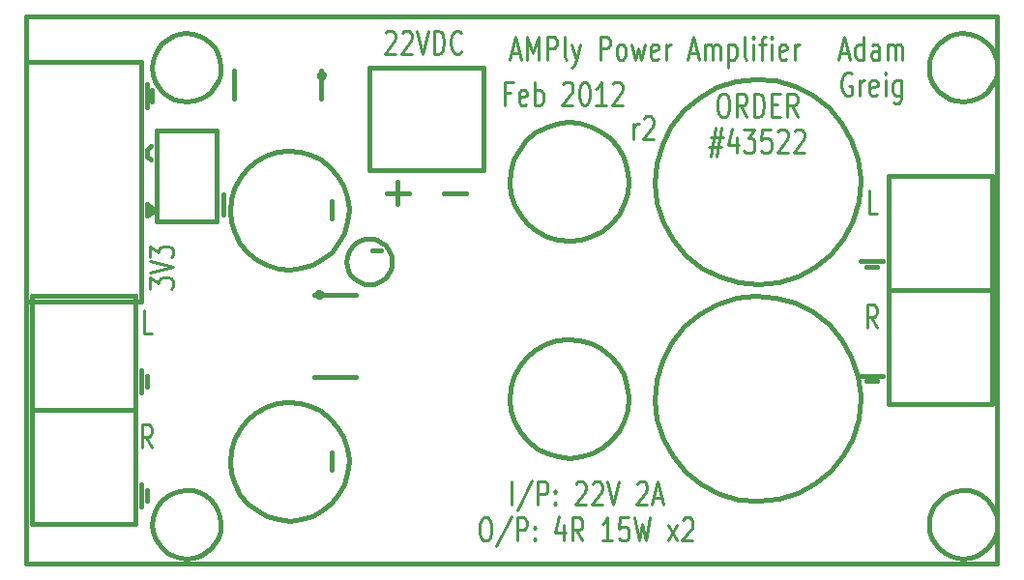
<source format=gto>
G04 (created by PCBNEW-RS274X (2010-03-14)-final) date Wed 01 Feb 2012 01:55:13 GMT*
G01*
G70*
G90*
%MOIN*%
G04 Gerber Fmt 3.4, Leading zero omitted, Abs format*
%FSLAX34Y34*%
G04 APERTURE LIST*
%ADD10C,0.006000*%
%ADD11C,0.010000*%
%ADD12C,0.015000*%
G04 APERTURE END LIST*
G54D10*
G54D11*
X58220Y-45981D02*
X58334Y-45981D01*
X58392Y-46019D01*
X58449Y-46095D01*
X58477Y-46247D01*
X58477Y-46514D01*
X58449Y-46667D01*
X58392Y-46743D01*
X58334Y-46781D01*
X58220Y-46781D01*
X58163Y-46743D01*
X58106Y-46667D01*
X58077Y-46514D01*
X58077Y-46247D01*
X58106Y-46095D01*
X58163Y-46019D01*
X58220Y-45981D01*
X59078Y-46781D02*
X58878Y-46400D01*
X58735Y-46781D02*
X58735Y-45981D01*
X58963Y-45981D01*
X59021Y-46019D01*
X59049Y-46057D01*
X59078Y-46133D01*
X59078Y-46247D01*
X59049Y-46324D01*
X59021Y-46362D01*
X58963Y-46400D01*
X58735Y-46400D01*
X59335Y-46781D02*
X59335Y-45981D01*
X59478Y-45981D01*
X59563Y-46019D01*
X59621Y-46095D01*
X59649Y-46171D01*
X59678Y-46324D01*
X59678Y-46438D01*
X59649Y-46590D01*
X59621Y-46667D01*
X59563Y-46743D01*
X59478Y-46781D01*
X59335Y-46781D01*
X59935Y-46362D02*
X60135Y-46362D01*
X60221Y-46781D02*
X59935Y-46781D01*
X59935Y-45981D01*
X60221Y-45981D01*
X60821Y-46781D02*
X60621Y-46400D01*
X60478Y-46781D02*
X60478Y-45981D01*
X60706Y-45981D01*
X60764Y-46019D01*
X60792Y-46057D01*
X60821Y-46133D01*
X60821Y-46247D01*
X60792Y-46324D01*
X60764Y-46362D01*
X60706Y-46400D01*
X60478Y-46400D01*
X57836Y-47487D02*
X58265Y-47487D01*
X58008Y-47145D02*
X57836Y-48173D01*
X58208Y-47830D02*
X57779Y-47830D01*
X58036Y-48173D02*
X58208Y-47145D01*
X58722Y-47487D02*
X58722Y-48021D01*
X58579Y-47183D02*
X58436Y-47754D01*
X58808Y-47754D01*
X58979Y-47221D02*
X59350Y-47221D01*
X59150Y-47526D01*
X59236Y-47526D01*
X59293Y-47564D01*
X59322Y-47602D01*
X59350Y-47678D01*
X59350Y-47868D01*
X59322Y-47945D01*
X59293Y-47983D01*
X59236Y-48021D01*
X59064Y-48021D01*
X59007Y-47983D01*
X58979Y-47945D01*
X59893Y-47221D02*
X59607Y-47221D01*
X59578Y-47602D01*
X59607Y-47564D01*
X59664Y-47526D01*
X59807Y-47526D01*
X59864Y-47564D01*
X59893Y-47602D01*
X59921Y-47678D01*
X59921Y-47868D01*
X59893Y-47945D01*
X59864Y-47983D01*
X59807Y-48021D01*
X59664Y-48021D01*
X59607Y-47983D01*
X59578Y-47945D01*
X60149Y-47297D02*
X60178Y-47259D01*
X60235Y-47221D01*
X60378Y-47221D01*
X60435Y-47259D01*
X60464Y-47297D01*
X60492Y-47373D01*
X60492Y-47449D01*
X60464Y-47564D01*
X60121Y-48021D01*
X60492Y-48021D01*
X60720Y-47297D02*
X60749Y-47259D01*
X60806Y-47221D01*
X60949Y-47221D01*
X61006Y-47259D01*
X61035Y-47297D01*
X61063Y-47373D01*
X61063Y-47449D01*
X61035Y-47564D01*
X60692Y-48021D01*
X61063Y-48021D01*
X55184Y-47568D02*
X55184Y-47034D01*
X55184Y-47187D02*
X55212Y-47111D01*
X55241Y-47073D01*
X55298Y-47034D01*
X55355Y-47034D01*
X55526Y-46844D02*
X55555Y-46806D01*
X55612Y-46768D01*
X55755Y-46768D01*
X55812Y-46806D01*
X55841Y-46844D01*
X55869Y-46920D01*
X55869Y-46996D01*
X55841Y-47111D01*
X55498Y-47568D01*
X55869Y-47568D01*
G54D12*
X67716Y-62205D02*
X34252Y-62205D01*
X67716Y-43307D02*
X67716Y-62205D01*
X34252Y-43307D02*
X67716Y-43307D01*
X67716Y-62205D02*
X34252Y-62205D01*
X67716Y-43307D02*
X67716Y-62205D01*
X34252Y-43307D02*
X67716Y-43307D01*
X63188Y-55905D02*
X63582Y-55905D01*
X63188Y-51968D02*
X63582Y-51968D01*
X38386Y-49803D02*
X38583Y-49921D01*
X38386Y-50197D02*
X38583Y-50079D01*
X38386Y-49803D02*
X38386Y-50197D01*
G54D11*
X50958Y-60166D02*
X50958Y-59366D01*
X51672Y-59328D02*
X51158Y-60356D01*
X51873Y-60166D02*
X51873Y-59366D01*
X52101Y-59366D01*
X52159Y-59404D01*
X52187Y-59442D01*
X52216Y-59518D01*
X52216Y-59632D01*
X52187Y-59709D01*
X52159Y-59747D01*
X52101Y-59785D01*
X51873Y-59785D01*
X52473Y-60090D02*
X52501Y-60128D01*
X52473Y-60166D01*
X52444Y-60128D01*
X52473Y-60090D01*
X52473Y-60166D01*
X52473Y-59671D02*
X52501Y-59709D01*
X52473Y-59747D01*
X52444Y-59709D01*
X52473Y-59671D01*
X52473Y-59747D01*
X53187Y-59442D02*
X53216Y-59404D01*
X53273Y-59366D01*
X53416Y-59366D01*
X53473Y-59404D01*
X53502Y-59442D01*
X53530Y-59518D01*
X53530Y-59594D01*
X53502Y-59709D01*
X53159Y-60166D01*
X53530Y-60166D01*
X53758Y-59442D02*
X53787Y-59404D01*
X53844Y-59366D01*
X53987Y-59366D01*
X54044Y-59404D01*
X54073Y-59442D01*
X54101Y-59518D01*
X54101Y-59594D01*
X54073Y-59709D01*
X53730Y-60166D01*
X54101Y-60166D01*
X54272Y-59366D02*
X54472Y-60166D01*
X54672Y-59366D01*
X55300Y-59442D02*
X55329Y-59404D01*
X55386Y-59366D01*
X55529Y-59366D01*
X55586Y-59404D01*
X55615Y-59442D01*
X55643Y-59518D01*
X55643Y-59594D01*
X55615Y-59709D01*
X55272Y-60166D01*
X55643Y-60166D01*
X55871Y-59937D02*
X56157Y-59937D01*
X55814Y-60166D02*
X56014Y-59366D01*
X56214Y-60166D01*
X50015Y-60606D02*
X50129Y-60606D01*
X50187Y-60644D01*
X50244Y-60720D01*
X50272Y-60872D01*
X50272Y-61139D01*
X50244Y-61292D01*
X50187Y-61368D01*
X50129Y-61406D01*
X50015Y-61406D01*
X49958Y-61368D01*
X49901Y-61292D01*
X49872Y-61139D01*
X49872Y-60872D01*
X49901Y-60720D01*
X49958Y-60644D01*
X50015Y-60606D01*
X50958Y-60568D02*
X50444Y-61596D01*
X51159Y-61406D02*
X51159Y-60606D01*
X51387Y-60606D01*
X51445Y-60644D01*
X51473Y-60682D01*
X51502Y-60758D01*
X51502Y-60872D01*
X51473Y-60949D01*
X51445Y-60987D01*
X51387Y-61025D01*
X51159Y-61025D01*
X51759Y-61330D02*
X51787Y-61368D01*
X51759Y-61406D01*
X51730Y-61368D01*
X51759Y-61330D01*
X51759Y-61406D01*
X51759Y-60911D02*
X51787Y-60949D01*
X51759Y-60987D01*
X51730Y-60949D01*
X51759Y-60911D01*
X51759Y-60987D01*
X52759Y-60872D02*
X52759Y-61406D01*
X52616Y-60568D02*
X52473Y-61139D01*
X52845Y-61139D01*
X53416Y-61406D02*
X53216Y-61025D01*
X53073Y-61406D02*
X53073Y-60606D01*
X53301Y-60606D01*
X53359Y-60644D01*
X53387Y-60682D01*
X53416Y-60758D01*
X53416Y-60872D01*
X53387Y-60949D01*
X53359Y-60987D01*
X53301Y-61025D01*
X53073Y-61025D01*
X54444Y-61406D02*
X54101Y-61406D01*
X54273Y-61406D02*
X54273Y-60606D01*
X54216Y-60720D01*
X54158Y-60796D01*
X54101Y-60834D01*
X54987Y-60606D02*
X54701Y-60606D01*
X54672Y-60987D01*
X54701Y-60949D01*
X54758Y-60911D01*
X54901Y-60911D01*
X54958Y-60949D01*
X54987Y-60987D01*
X55015Y-61063D01*
X55015Y-61253D01*
X54987Y-61330D01*
X54958Y-61368D01*
X54901Y-61406D01*
X54758Y-61406D01*
X54701Y-61368D01*
X54672Y-61330D01*
X55215Y-60606D02*
X55358Y-61406D01*
X55472Y-60834D01*
X55586Y-61406D01*
X55729Y-60606D01*
X56358Y-61406D02*
X56672Y-60872D01*
X56358Y-60872D02*
X56672Y-61406D01*
X56872Y-60682D02*
X56901Y-60644D01*
X56958Y-60606D01*
X57101Y-60606D01*
X57158Y-60644D01*
X57187Y-60682D01*
X57215Y-60758D01*
X57215Y-60834D01*
X57187Y-60949D01*
X56844Y-61406D01*
X57215Y-61406D01*
X62300Y-44583D02*
X62586Y-44583D01*
X62243Y-44812D02*
X62443Y-44012D01*
X62643Y-44812D01*
X63100Y-44812D02*
X63100Y-44012D01*
X63100Y-44774D02*
X63043Y-44812D01*
X62929Y-44812D01*
X62871Y-44774D01*
X62843Y-44736D01*
X62814Y-44659D01*
X62814Y-44431D01*
X62843Y-44355D01*
X62871Y-44317D01*
X62929Y-44278D01*
X63043Y-44278D01*
X63100Y-44317D01*
X63643Y-44812D02*
X63643Y-44393D01*
X63614Y-44317D01*
X63557Y-44278D01*
X63443Y-44278D01*
X63386Y-44317D01*
X63643Y-44774D02*
X63586Y-44812D01*
X63443Y-44812D01*
X63386Y-44774D01*
X63357Y-44698D01*
X63357Y-44621D01*
X63386Y-44545D01*
X63443Y-44507D01*
X63586Y-44507D01*
X63643Y-44469D01*
X63929Y-44812D02*
X63929Y-44278D01*
X63929Y-44355D02*
X63957Y-44317D01*
X64015Y-44278D01*
X64100Y-44278D01*
X64157Y-44317D01*
X64186Y-44393D01*
X64186Y-44812D01*
X64186Y-44393D02*
X64215Y-44317D01*
X64272Y-44278D01*
X64357Y-44278D01*
X64415Y-44317D01*
X64443Y-44393D01*
X64443Y-44812D01*
X62686Y-45290D02*
X62629Y-45252D01*
X62543Y-45252D01*
X62458Y-45290D01*
X62400Y-45366D01*
X62372Y-45442D01*
X62343Y-45595D01*
X62343Y-45709D01*
X62372Y-45861D01*
X62400Y-45938D01*
X62458Y-46014D01*
X62543Y-46052D01*
X62600Y-46052D01*
X62686Y-46014D01*
X62715Y-45976D01*
X62715Y-45709D01*
X62600Y-45709D01*
X62972Y-46052D02*
X62972Y-45518D01*
X62972Y-45671D02*
X63000Y-45595D01*
X63029Y-45557D01*
X63086Y-45518D01*
X63143Y-45518D01*
X63571Y-46014D02*
X63514Y-46052D01*
X63400Y-46052D01*
X63343Y-46014D01*
X63314Y-45938D01*
X63314Y-45633D01*
X63343Y-45557D01*
X63400Y-45518D01*
X63514Y-45518D01*
X63571Y-45557D01*
X63600Y-45633D01*
X63600Y-45709D01*
X63314Y-45785D01*
X63857Y-46052D02*
X63857Y-45518D01*
X63857Y-45252D02*
X63828Y-45290D01*
X63857Y-45328D01*
X63885Y-45290D01*
X63857Y-45252D01*
X63857Y-45328D01*
X64400Y-45518D02*
X64400Y-46166D01*
X64371Y-46242D01*
X64343Y-46280D01*
X64286Y-46318D01*
X64200Y-46318D01*
X64143Y-46280D01*
X64400Y-46014D02*
X64343Y-46052D01*
X64229Y-46052D01*
X64171Y-46014D01*
X64143Y-45976D01*
X64114Y-45899D01*
X64114Y-45671D01*
X64143Y-45595D01*
X64171Y-45557D01*
X64229Y-45518D01*
X64343Y-45518D01*
X64400Y-45557D01*
X50943Y-45968D02*
X50743Y-45968D01*
X50743Y-46387D02*
X50743Y-45587D01*
X51029Y-45587D01*
X51485Y-46349D02*
X51428Y-46387D01*
X51314Y-46387D01*
X51257Y-46349D01*
X51228Y-46273D01*
X51228Y-45968D01*
X51257Y-45892D01*
X51314Y-45853D01*
X51428Y-45853D01*
X51485Y-45892D01*
X51514Y-45968D01*
X51514Y-46044D01*
X51228Y-46120D01*
X51771Y-46387D02*
X51771Y-45587D01*
X51771Y-45892D02*
X51828Y-45853D01*
X51942Y-45853D01*
X51999Y-45892D01*
X52028Y-45930D01*
X52057Y-46006D01*
X52057Y-46234D01*
X52028Y-46311D01*
X51999Y-46349D01*
X51942Y-46387D01*
X51828Y-46387D01*
X51771Y-46349D01*
X52742Y-45663D02*
X52771Y-45625D01*
X52828Y-45587D01*
X52971Y-45587D01*
X53028Y-45625D01*
X53057Y-45663D01*
X53085Y-45739D01*
X53085Y-45815D01*
X53057Y-45930D01*
X52714Y-46387D01*
X53085Y-46387D01*
X53456Y-45587D02*
X53513Y-45587D01*
X53570Y-45625D01*
X53599Y-45663D01*
X53628Y-45739D01*
X53656Y-45892D01*
X53656Y-46082D01*
X53628Y-46234D01*
X53599Y-46311D01*
X53570Y-46349D01*
X53513Y-46387D01*
X53456Y-46387D01*
X53399Y-46349D01*
X53370Y-46311D01*
X53342Y-46234D01*
X53313Y-46082D01*
X53313Y-45892D01*
X53342Y-45739D01*
X53370Y-45663D01*
X53399Y-45625D01*
X53456Y-45587D01*
X54227Y-46387D02*
X53884Y-46387D01*
X54056Y-46387D02*
X54056Y-45587D01*
X53999Y-45701D01*
X53941Y-45777D01*
X53884Y-45815D01*
X54455Y-45663D02*
X54484Y-45625D01*
X54541Y-45587D01*
X54684Y-45587D01*
X54741Y-45625D01*
X54770Y-45663D01*
X54798Y-45739D01*
X54798Y-45815D01*
X54770Y-45930D01*
X54427Y-46387D01*
X54798Y-46387D01*
X50963Y-44583D02*
X51249Y-44583D01*
X50906Y-44812D02*
X51106Y-44012D01*
X51306Y-44812D01*
X51506Y-44812D02*
X51506Y-44012D01*
X51706Y-44583D01*
X51906Y-44012D01*
X51906Y-44812D01*
X52192Y-44812D02*
X52192Y-44012D01*
X52420Y-44012D01*
X52478Y-44050D01*
X52506Y-44088D01*
X52535Y-44164D01*
X52535Y-44278D01*
X52506Y-44355D01*
X52478Y-44393D01*
X52420Y-44431D01*
X52192Y-44431D01*
X52878Y-44812D02*
X52820Y-44774D01*
X52792Y-44698D01*
X52792Y-44012D01*
X53049Y-44278D02*
X53192Y-44812D01*
X53334Y-44278D02*
X53192Y-44812D01*
X53134Y-45002D01*
X53106Y-45040D01*
X53049Y-45078D01*
X54020Y-44812D02*
X54020Y-44012D01*
X54248Y-44012D01*
X54306Y-44050D01*
X54334Y-44088D01*
X54363Y-44164D01*
X54363Y-44278D01*
X54334Y-44355D01*
X54306Y-44393D01*
X54248Y-44431D01*
X54020Y-44431D01*
X54706Y-44812D02*
X54648Y-44774D01*
X54620Y-44736D01*
X54591Y-44659D01*
X54591Y-44431D01*
X54620Y-44355D01*
X54648Y-44317D01*
X54706Y-44278D01*
X54791Y-44278D01*
X54848Y-44317D01*
X54877Y-44355D01*
X54906Y-44431D01*
X54906Y-44659D01*
X54877Y-44736D01*
X54848Y-44774D01*
X54791Y-44812D01*
X54706Y-44812D01*
X55106Y-44278D02*
X55220Y-44812D01*
X55334Y-44431D01*
X55449Y-44812D01*
X55563Y-44278D01*
X56020Y-44774D02*
X55963Y-44812D01*
X55849Y-44812D01*
X55792Y-44774D01*
X55763Y-44698D01*
X55763Y-44393D01*
X55792Y-44317D01*
X55849Y-44278D01*
X55963Y-44278D01*
X56020Y-44317D01*
X56049Y-44393D01*
X56049Y-44469D01*
X55763Y-44545D01*
X56306Y-44812D02*
X56306Y-44278D01*
X56306Y-44431D02*
X56334Y-44355D01*
X56363Y-44317D01*
X56420Y-44278D01*
X56477Y-44278D01*
X57105Y-44583D02*
X57391Y-44583D01*
X57048Y-44812D02*
X57248Y-44012D01*
X57448Y-44812D01*
X57648Y-44812D02*
X57648Y-44278D01*
X57648Y-44355D02*
X57676Y-44317D01*
X57734Y-44278D01*
X57819Y-44278D01*
X57876Y-44317D01*
X57905Y-44393D01*
X57905Y-44812D01*
X57905Y-44393D02*
X57934Y-44317D01*
X57991Y-44278D01*
X58076Y-44278D01*
X58134Y-44317D01*
X58162Y-44393D01*
X58162Y-44812D01*
X58448Y-44278D02*
X58448Y-45078D01*
X58448Y-44317D02*
X58505Y-44278D01*
X58619Y-44278D01*
X58676Y-44317D01*
X58705Y-44355D01*
X58734Y-44431D01*
X58734Y-44659D01*
X58705Y-44736D01*
X58676Y-44774D01*
X58619Y-44812D01*
X58505Y-44812D01*
X58448Y-44774D01*
X59077Y-44812D02*
X59019Y-44774D01*
X58991Y-44698D01*
X58991Y-44012D01*
X59305Y-44812D02*
X59305Y-44278D01*
X59305Y-44012D02*
X59276Y-44050D01*
X59305Y-44088D01*
X59333Y-44050D01*
X59305Y-44012D01*
X59305Y-44088D01*
X59505Y-44278D02*
X59734Y-44278D01*
X59591Y-44812D02*
X59591Y-44126D01*
X59619Y-44050D01*
X59677Y-44012D01*
X59734Y-44012D01*
X59934Y-44812D02*
X59934Y-44278D01*
X59934Y-44012D02*
X59905Y-44050D01*
X59934Y-44088D01*
X59962Y-44050D01*
X59934Y-44012D01*
X59934Y-44088D01*
X60448Y-44774D02*
X60391Y-44812D01*
X60277Y-44812D01*
X60220Y-44774D01*
X60191Y-44698D01*
X60191Y-44393D01*
X60220Y-44317D01*
X60277Y-44278D01*
X60391Y-44278D01*
X60448Y-44317D01*
X60477Y-44393D01*
X60477Y-44469D01*
X60191Y-44545D01*
X60734Y-44812D02*
X60734Y-44278D01*
X60734Y-44431D02*
X60762Y-44355D01*
X60791Y-44317D01*
X60848Y-44278D01*
X60905Y-44278D01*
G54D12*
X38583Y-49921D02*
X38583Y-50079D01*
X38386Y-48150D02*
X38543Y-48268D01*
X38386Y-47913D02*
X38543Y-47795D01*
X38386Y-48031D02*
X38386Y-48150D01*
X38386Y-48031D02*
X38386Y-47913D01*
X38386Y-59645D02*
X38386Y-60039D01*
X38189Y-59448D02*
X38189Y-60235D01*
X38386Y-55708D02*
X38386Y-56102D01*
X38189Y-55511D02*
X38189Y-56299D01*
X38583Y-45866D02*
X38583Y-46260D01*
X38386Y-45669D02*
X38386Y-46457D01*
X62991Y-55708D02*
X63779Y-55708D01*
G54D11*
X63572Y-50127D02*
X63286Y-50127D01*
X63286Y-49327D01*
X63572Y-54064D02*
X63372Y-53683D01*
X63229Y-54064D02*
X63229Y-53264D01*
X63457Y-53264D01*
X63515Y-53302D01*
X63543Y-53340D01*
X63572Y-53416D01*
X63572Y-53530D01*
X63543Y-53607D01*
X63515Y-53645D01*
X63457Y-53683D01*
X63229Y-53683D01*
G54D12*
X63779Y-51771D02*
X62991Y-51771D01*
G54D11*
X38500Y-52710D02*
X38500Y-52339D01*
X38805Y-52539D01*
X38805Y-52453D01*
X38843Y-52396D01*
X38881Y-52367D01*
X38957Y-52339D01*
X39147Y-52339D01*
X39224Y-52367D01*
X39262Y-52396D01*
X39300Y-52453D01*
X39300Y-52625D01*
X39262Y-52682D01*
X39224Y-52710D01*
X38500Y-52168D02*
X39300Y-51968D01*
X38500Y-51768D01*
X38500Y-51625D02*
X38500Y-51254D01*
X38805Y-51454D01*
X38805Y-51368D01*
X38843Y-51311D01*
X38881Y-51282D01*
X38957Y-51254D01*
X39147Y-51254D01*
X39224Y-51282D01*
X39262Y-51311D01*
X39300Y-51368D01*
X39300Y-51540D01*
X39262Y-51597D01*
X39224Y-51625D01*
X38572Y-58197D02*
X38372Y-57816D01*
X38229Y-58197D02*
X38229Y-57397D01*
X38457Y-57397D01*
X38515Y-57435D01*
X38543Y-57473D01*
X38572Y-57549D01*
X38572Y-57663D01*
X38543Y-57740D01*
X38515Y-57778D01*
X38457Y-57816D01*
X38229Y-57816D01*
X38572Y-54260D02*
X38286Y-54260D01*
X38286Y-53460D01*
G54D12*
X48622Y-49409D02*
X49409Y-49409D01*
X46653Y-49409D02*
X47441Y-49409D01*
X47047Y-49016D02*
X47047Y-49803D01*
G54D11*
X46619Y-43891D02*
X46648Y-43853D01*
X46705Y-43815D01*
X46848Y-43815D01*
X46905Y-43853D01*
X46934Y-43891D01*
X46962Y-43967D01*
X46962Y-44043D01*
X46934Y-44158D01*
X46591Y-44615D01*
X46962Y-44615D01*
X47190Y-43891D02*
X47219Y-43853D01*
X47276Y-43815D01*
X47419Y-43815D01*
X47476Y-43853D01*
X47505Y-43891D01*
X47533Y-43967D01*
X47533Y-44043D01*
X47505Y-44158D01*
X47162Y-44615D01*
X47533Y-44615D01*
X47704Y-43815D02*
X47904Y-44615D01*
X48104Y-43815D01*
X48304Y-44615D02*
X48304Y-43815D01*
X48447Y-43815D01*
X48532Y-43853D01*
X48590Y-43929D01*
X48618Y-44005D01*
X48647Y-44158D01*
X48647Y-44272D01*
X48618Y-44424D01*
X48590Y-44501D01*
X48532Y-44577D01*
X48447Y-44615D01*
X48304Y-44615D01*
X49247Y-44539D02*
X49218Y-44577D01*
X49132Y-44615D01*
X49075Y-44615D01*
X48990Y-44577D01*
X48932Y-44501D01*
X48904Y-44424D01*
X48875Y-44272D01*
X48875Y-44158D01*
X48904Y-44005D01*
X48932Y-43929D01*
X48990Y-43853D01*
X49075Y-43815D01*
X49132Y-43815D01*
X49218Y-43853D01*
X49247Y-43891D01*
G54D12*
X46161Y-51378D02*
X46457Y-51378D01*
X44783Y-58366D02*
X44783Y-58957D01*
X44783Y-49705D02*
X44783Y-50295D01*
X34252Y-62205D02*
X34252Y-43307D01*
X34252Y-62205D02*
X34252Y-43307D01*
X40945Y-45079D02*
X40922Y-45308D01*
X40855Y-45529D01*
X40747Y-45732D01*
X40602Y-45911D01*
X40424Y-46058D01*
X40221Y-46167D01*
X40001Y-46235D01*
X39772Y-46259D01*
X39543Y-46239D01*
X39322Y-46174D01*
X39118Y-46067D01*
X38938Y-45922D01*
X38790Y-45746D01*
X38679Y-45544D01*
X38609Y-45324D01*
X38584Y-45095D01*
X38603Y-44866D01*
X38666Y-44645D01*
X38772Y-44440D01*
X38915Y-44259D01*
X39090Y-44110D01*
X39292Y-43997D01*
X39511Y-43926D01*
X39740Y-43899D01*
X39969Y-43916D01*
X40191Y-43978D01*
X40396Y-44082D01*
X40578Y-44224D01*
X40729Y-44399D01*
X40842Y-44599D01*
X40915Y-44818D01*
X40944Y-45047D01*
X40945Y-45079D01*
X40945Y-60827D02*
X40922Y-61056D01*
X40855Y-61277D01*
X40747Y-61480D01*
X40602Y-61659D01*
X40424Y-61806D01*
X40221Y-61915D01*
X40001Y-61983D01*
X39772Y-62007D01*
X39543Y-61987D01*
X39322Y-61922D01*
X39118Y-61815D01*
X38938Y-61670D01*
X38790Y-61494D01*
X38679Y-61292D01*
X38609Y-61072D01*
X38584Y-60843D01*
X38603Y-60614D01*
X38666Y-60393D01*
X38772Y-60188D01*
X38915Y-60007D01*
X39090Y-59858D01*
X39292Y-59745D01*
X39511Y-59674D01*
X39740Y-59647D01*
X39969Y-59664D01*
X40191Y-59726D01*
X40396Y-59830D01*
X40578Y-59972D01*
X40729Y-60147D01*
X40842Y-60347D01*
X40915Y-60566D01*
X40944Y-60795D01*
X40945Y-60827D01*
X67716Y-60827D02*
X67693Y-61056D01*
X67626Y-61277D01*
X67518Y-61480D01*
X67373Y-61659D01*
X67195Y-61806D01*
X66992Y-61915D01*
X66772Y-61983D01*
X66543Y-62007D01*
X66314Y-61987D01*
X66093Y-61922D01*
X65889Y-61815D01*
X65709Y-61670D01*
X65561Y-61494D01*
X65450Y-61292D01*
X65380Y-61072D01*
X65355Y-60843D01*
X65374Y-60614D01*
X65437Y-60393D01*
X65543Y-60188D01*
X65686Y-60007D01*
X65861Y-59858D01*
X66063Y-59745D01*
X66282Y-59674D01*
X66511Y-59647D01*
X66740Y-59664D01*
X66962Y-59726D01*
X67167Y-59830D01*
X67349Y-59972D01*
X67500Y-60147D01*
X67613Y-60347D01*
X67686Y-60566D01*
X67715Y-60795D01*
X67716Y-60827D01*
X67716Y-45079D02*
X67693Y-45308D01*
X67626Y-45529D01*
X67518Y-45732D01*
X67373Y-45911D01*
X67195Y-46058D01*
X66992Y-46167D01*
X66772Y-46235D01*
X66543Y-46259D01*
X66314Y-46239D01*
X66093Y-46174D01*
X65889Y-46067D01*
X65709Y-45922D01*
X65561Y-45746D01*
X65450Y-45544D01*
X65380Y-45324D01*
X65355Y-45095D01*
X65374Y-44866D01*
X65437Y-44645D01*
X65543Y-44440D01*
X65686Y-44259D01*
X65861Y-44110D01*
X66063Y-43997D01*
X66282Y-43926D01*
X66511Y-43899D01*
X66740Y-43916D01*
X66962Y-43978D01*
X67167Y-44082D01*
X67349Y-44224D01*
X67500Y-44399D01*
X67613Y-44599D01*
X67686Y-44818D01*
X67715Y-45047D01*
X67716Y-45079D01*
X36220Y-53149D02*
X34251Y-53149D01*
X34251Y-53149D02*
X34251Y-44881D01*
X34251Y-44881D02*
X38189Y-44881D01*
X38189Y-44881D02*
X38189Y-53149D01*
X38189Y-53149D02*
X36220Y-53149D01*
X50000Y-48622D02*
X50000Y-45078D01*
X50000Y-45078D02*
X46062Y-45078D01*
X46062Y-45078D02*
X46062Y-48622D01*
X46062Y-48622D02*
X50000Y-48622D01*
X63976Y-52756D02*
X67520Y-52756D01*
X67520Y-52756D02*
X67520Y-48818D01*
X67520Y-48818D02*
X63976Y-48818D01*
X63976Y-48818D02*
X63976Y-52756D01*
X34448Y-56890D02*
X37992Y-56890D01*
X37992Y-56890D02*
X37992Y-52952D01*
X37992Y-52952D02*
X34448Y-52952D01*
X34448Y-52952D02*
X34448Y-56890D01*
X34448Y-60827D02*
X37992Y-60827D01*
X37992Y-60827D02*
X37992Y-56889D01*
X37992Y-56889D02*
X34448Y-56889D01*
X34448Y-56889D02*
X34448Y-60827D01*
X63976Y-56693D02*
X67520Y-56693D01*
X67520Y-56693D02*
X67520Y-52755D01*
X67520Y-52755D02*
X63976Y-52755D01*
X63976Y-52755D02*
X63976Y-56693D01*
X62992Y-49016D02*
X62924Y-49704D01*
X62724Y-50366D01*
X62400Y-50976D01*
X61963Y-51512D01*
X61430Y-51953D01*
X60821Y-52282D01*
X60161Y-52486D01*
X59473Y-52558D01*
X58786Y-52496D01*
X58122Y-52301D01*
X57509Y-51980D01*
X56971Y-51547D01*
X56526Y-51017D01*
X56193Y-50411D01*
X55984Y-49752D01*
X55907Y-49065D01*
X55965Y-48377D01*
X56155Y-47712D01*
X56471Y-47097D01*
X56901Y-46555D01*
X57427Y-46107D01*
X58031Y-45770D01*
X58689Y-45556D01*
X59375Y-45474D01*
X60064Y-45527D01*
X60730Y-45713D01*
X61347Y-46025D01*
X61892Y-46451D01*
X62344Y-46974D01*
X62685Y-47575D01*
X62903Y-48232D01*
X62990Y-48918D01*
X62992Y-49016D01*
X62992Y-56496D02*
X62924Y-57184D01*
X62724Y-57846D01*
X62400Y-58456D01*
X61963Y-58992D01*
X61430Y-59433D01*
X60821Y-59762D01*
X60161Y-59966D01*
X59473Y-60038D01*
X58786Y-59976D01*
X58122Y-59781D01*
X57509Y-59460D01*
X56971Y-59027D01*
X56526Y-58497D01*
X56193Y-57891D01*
X55984Y-57232D01*
X55907Y-56545D01*
X55965Y-55857D01*
X56155Y-55192D01*
X56471Y-54577D01*
X56901Y-54035D01*
X57427Y-53587D01*
X58031Y-53250D01*
X58689Y-53036D01*
X59375Y-52954D01*
X60064Y-53007D01*
X60730Y-53193D01*
X61347Y-53505D01*
X61892Y-53931D01*
X62344Y-54454D01*
X62685Y-55055D01*
X62903Y-55712D01*
X62990Y-56398D01*
X62992Y-56496D01*
X45354Y-50000D02*
X45315Y-50397D01*
X45199Y-50780D01*
X45011Y-51132D01*
X44759Y-51442D01*
X44451Y-51697D01*
X44100Y-51887D01*
X43718Y-52005D01*
X43321Y-52046D01*
X42924Y-52010D01*
X42541Y-51897D01*
X42187Y-51712D01*
X41875Y-51462D01*
X41618Y-51156D01*
X41426Y-50806D01*
X41305Y-50425D01*
X41261Y-50028D01*
X41294Y-49631D01*
X41404Y-49247D01*
X41587Y-48892D01*
X41835Y-48579D01*
X42139Y-48320D01*
X42488Y-48125D01*
X42868Y-48001D01*
X43265Y-47954D01*
X43662Y-47985D01*
X44047Y-48092D01*
X44403Y-48272D01*
X44718Y-48518D01*
X44979Y-48821D01*
X45177Y-49168D01*
X45303Y-49547D01*
X45353Y-49943D01*
X45354Y-50000D01*
X45354Y-58661D02*
X45315Y-59058D01*
X45199Y-59441D01*
X45011Y-59793D01*
X44759Y-60103D01*
X44451Y-60358D01*
X44100Y-60548D01*
X43718Y-60666D01*
X43321Y-60707D01*
X42924Y-60671D01*
X42541Y-60558D01*
X42187Y-60373D01*
X41875Y-60123D01*
X41618Y-59817D01*
X41426Y-59467D01*
X41305Y-59086D01*
X41261Y-58689D01*
X41294Y-58292D01*
X41404Y-57908D01*
X41587Y-57553D01*
X41835Y-57240D01*
X42139Y-56981D01*
X42488Y-56786D01*
X42868Y-56662D01*
X43265Y-56615D01*
X43662Y-56646D01*
X44047Y-56753D01*
X44403Y-56933D01*
X44718Y-57179D01*
X44979Y-57482D01*
X45177Y-57829D01*
X45303Y-58208D01*
X45353Y-58604D01*
X45354Y-58661D01*
X46850Y-51772D02*
X46835Y-51924D01*
X46790Y-52071D01*
X46718Y-52207D01*
X46621Y-52326D01*
X46503Y-52424D01*
X46367Y-52497D01*
X46221Y-52542D01*
X46068Y-52558D01*
X45916Y-52545D01*
X45769Y-52501D01*
X45633Y-52430D01*
X45513Y-52334D01*
X45414Y-52216D01*
X45340Y-52082D01*
X45294Y-51935D01*
X45277Y-51782D01*
X45289Y-51630D01*
X45332Y-51483D01*
X45402Y-51346D01*
X45497Y-51226D01*
X45614Y-51126D01*
X45748Y-51051D01*
X45895Y-51004D01*
X46047Y-50986D01*
X46199Y-50997D01*
X46347Y-51039D01*
X46484Y-51108D01*
X46605Y-51203D01*
X46706Y-51319D01*
X46781Y-51452D01*
X46830Y-51598D01*
X46849Y-51751D01*
X46850Y-51772D01*
X44488Y-45354D02*
X44486Y-45369D01*
X44482Y-45384D01*
X44474Y-45397D01*
X44465Y-45409D01*
X44453Y-45419D01*
X44439Y-45426D01*
X44424Y-45431D01*
X44409Y-45432D01*
X44395Y-45431D01*
X44380Y-45427D01*
X44366Y-45420D01*
X44354Y-45410D01*
X44344Y-45398D01*
X44337Y-45385D01*
X44332Y-45370D01*
X44331Y-45355D01*
X44332Y-45340D01*
X44336Y-45325D01*
X44343Y-45312D01*
X44353Y-45300D01*
X44364Y-45290D01*
X44378Y-45282D01*
X44393Y-45277D01*
X44408Y-45276D01*
X44422Y-45277D01*
X44437Y-45281D01*
X44451Y-45288D01*
X44463Y-45297D01*
X44473Y-45309D01*
X44481Y-45322D01*
X44486Y-45337D01*
X44487Y-45352D01*
X44488Y-45354D01*
X41417Y-46141D02*
X41417Y-45197D01*
X44409Y-45275D02*
X44409Y-45197D01*
X44409Y-46141D02*
X44409Y-45275D01*
X44408Y-52914D02*
X44406Y-52929D01*
X44402Y-52943D01*
X44394Y-52957D01*
X44385Y-52968D01*
X44373Y-52978D01*
X44360Y-52985D01*
X44345Y-52990D01*
X44330Y-52991D01*
X44316Y-52990D01*
X44301Y-52986D01*
X44288Y-52979D01*
X44276Y-52969D01*
X44266Y-52958D01*
X44259Y-52944D01*
X44254Y-52930D01*
X44253Y-52915D01*
X44254Y-52900D01*
X44258Y-52886D01*
X44265Y-52872D01*
X44274Y-52860D01*
X44286Y-52850D01*
X44299Y-52843D01*
X44314Y-52838D01*
X44329Y-52837D01*
X44343Y-52838D01*
X44358Y-52842D01*
X44371Y-52849D01*
X44383Y-52858D01*
X44393Y-52870D01*
X44401Y-52883D01*
X44406Y-52897D01*
X44407Y-52912D01*
X44408Y-52914D01*
X45591Y-55748D02*
X44173Y-55748D01*
X45591Y-52914D02*
X44173Y-52914D01*
X41024Y-50157D02*
X41024Y-49449D01*
X38740Y-50394D02*
X38740Y-47244D01*
X38740Y-47244D02*
X40709Y-47244D01*
X40709Y-47244D02*
X40788Y-47244D01*
X40788Y-47244D02*
X40788Y-50394D01*
X40788Y-50394D02*
X38740Y-50394D01*
X55000Y-49016D02*
X54961Y-49413D01*
X54845Y-49796D01*
X54657Y-50148D01*
X54405Y-50458D01*
X54097Y-50713D01*
X53746Y-50903D01*
X53364Y-51021D01*
X52967Y-51062D01*
X52570Y-51026D01*
X52187Y-50913D01*
X51833Y-50728D01*
X51521Y-50478D01*
X51264Y-50172D01*
X51072Y-49822D01*
X50951Y-49441D01*
X50907Y-49044D01*
X50940Y-48647D01*
X51050Y-48263D01*
X51233Y-47908D01*
X51481Y-47595D01*
X51785Y-47336D01*
X52134Y-47141D01*
X52514Y-47017D01*
X52911Y-46970D01*
X53308Y-47001D01*
X53693Y-47108D01*
X54049Y-47288D01*
X54364Y-47534D01*
X54625Y-47837D01*
X54823Y-48184D01*
X54949Y-48563D01*
X54999Y-48959D01*
X55000Y-49016D01*
X55000Y-56496D02*
X54961Y-56893D01*
X54845Y-57276D01*
X54657Y-57628D01*
X54405Y-57938D01*
X54097Y-58193D01*
X53746Y-58383D01*
X53364Y-58501D01*
X52967Y-58542D01*
X52570Y-58506D01*
X52187Y-58393D01*
X51833Y-58208D01*
X51521Y-57958D01*
X51264Y-57652D01*
X51072Y-57302D01*
X50951Y-56921D01*
X50907Y-56524D01*
X50940Y-56127D01*
X51050Y-55743D01*
X51233Y-55388D01*
X51481Y-55075D01*
X51785Y-54816D01*
X52134Y-54621D01*
X52514Y-54497D01*
X52911Y-54450D01*
X53308Y-54481D01*
X53693Y-54588D01*
X54049Y-54768D01*
X54364Y-55014D01*
X54625Y-55317D01*
X54823Y-55664D01*
X54949Y-56043D01*
X54999Y-56439D01*
X55000Y-56496D01*
M02*

</source>
